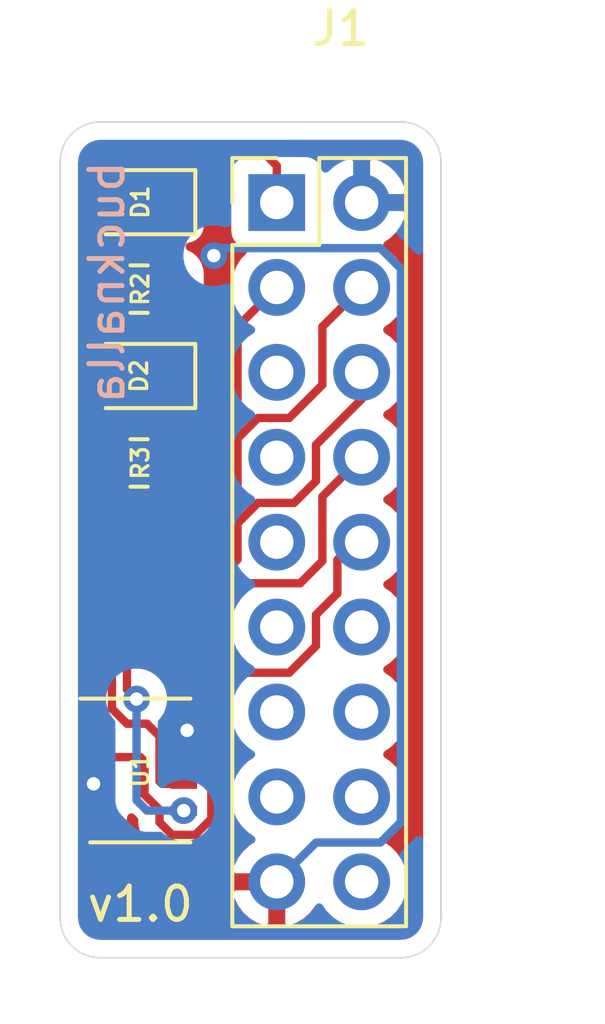
<source format=kicad_pcb>
(kicad_pcb (version 20171130) (host pcbnew 5.1.5-52549c5~86~ubuntu18.04.1)

  (general
    (thickness 1.6)
    (drawings 10)
    (tracks 89)
    (zones 0)
    (modules 6)
    (nets 21)
  )

  (page A4)
  (layers
    (0 F.Cu signal)
    (31 B.Cu signal)
    (32 B.Adhes user)
    (33 F.Adhes user)
    (34 B.Paste user)
    (35 F.Paste user)
    (36 B.SilkS user)
    (37 F.SilkS user)
    (38 B.Mask user)
    (39 F.Mask user)
    (40 Dwgs.User user)
    (41 Cmts.User user)
    (42 Eco1.User user)
    (43 Eco2.User user)
    (44 Edge.Cuts user)
    (45 Margin user)
    (46 B.CrtYd user)
    (47 F.CrtYd user)
    (48 B.Fab user)
    (49 F.Fab user)
  )

  (setup
    (last_trace_width 0.25)
    (trace_clearance 0.2)
    (zone_clearance 0.508)
    (zone_45_only no)
    (trace_min 0.2)
    (via_size 0.8)
    (via_drill 0.4)
    (via_min_size 0.4)
    (via_min_drill 0.3)
    (uvia_size 0.3)
    (uvia_drill 0.1)
    (uvias_allowed no)
    (uvia_min_size 0.2)
    (uvia_min_drill 0.1)
    (edge_width 0.05)
    (segment_width 0.2)
    (pcb_text_width 0.3)
    (pcb_text_size 1.5 1.5)
    (mod_edge_width 0.12)
    (mod_text_size 1 1)
    (mod_text_width 0.15)
    (pad_size 0.975 1.4)
    (pad_drill 0)
    (pad_to_mask_clearance 0.051)
    (solder_mask_min_width 0.25)
    (aux_axis_origin 0 0)
    (visible_elements FFFFFF7F)
    (pcbplotparams
      (layerselection 0x010fc_ffffffff)
      (usegerberextensions false)
      (usegerberattributes false)
      (usegerberadvancedattributes false)
      (creategerberjobfile false)
      (excludeedgelayer true)
      (linewidth 0.100000)
      (plotframeref false)
      (viasonmask false)
      (mode 1)
      (useauxorigin false)
      (hpglpennumber 1)
      (hpglpenspeed 20)
      (hpglpendiameter 15.000000)
      (psnegative false)
      (psa4output false)
      (plotreference true)
      (plotvalue true)
      (plotinvisibletext false)
      (padsonsilk false)
      (subtractmaskfromsilk false)
      (outputformat 1)
      (mirror false)
      (drillshape 1)
      (scaleselection 1)
      (outputdirectory ""))
  )

  (net 0 "")
  (net 1 GND)
  (net 2 /LED_0)
  (net 3 /LED_1)
  (net 4 +3V3)
  (net 5 /SPI_CS)
  (net 6 "Net-(J1-Pad5)")
  (net 7 /SPI_CLK)
  (net 8 "Net-(J1-Pad7)")
  (net 9 /SPI_MOSI)
  (net 10 "Net-(J1-Pad9)")
  (net 11 /SPI_MISO)
  (net 12 "Net-(J1-Pad11)")
  (net 13 "Net-(J1-Pad12)")
  (net 14 "Net-(J1-Pad13)")
  (net 15 "Net-(J1-Pad14)")
  (net 16 "Net-(J1-Pad15)")
  (net 17 "Net-(J1-Pad16)")
  (net 18 "Net-(J1-Pad18)")
  (net 19 "Net-(D1-Pad2)")
  (net 20 "Net-(D2-Pad2)")

  (net_class Default "This is the default net class."
    (clearance 0.2)
    (trace_width 0.25)
    (via_dia 0.8)
    (via_drill 0.4)
    (uvia_dia 0.3)
    (uvia_drill 0.1)
    (add_net +3V3)
    (add_net /LED_0)
    (add_net /LED_1)
    (add_net /SPI_CLK)
    (add_net /SPI_CS)
    (add_net /SPI_MISO)
    (add_net /SPI_MOSI)
    (add_net GND)
    (add_net "Net-(D1-Pad2)")
    (add_net "Net-(D2-Pad2)")
    (add_net "Net-(J1-Pad11)")
    (add_net "Net-(J1-Pad12)")
    (add_net "Net-(J1-Pad13)")
    (add_net "Net-(J1-Pad14)")
    (add_net "Net-(J1-Pad15)")
    (add_net "Net-(J1-Pad16)")
    (add_net "Net-(J1-Pad18)")
    (add_net "Net-(J1-Pad5)")
    (add_net "Net-(J1-Pad7)")
    (add_net "Net-(J1-Pad9)")
  )

  (module Connector_PinHeader_2.54mm:PinHeader_2x09_P2.54mm_Vertical (layer F.Cu) (tedit 59FED5CC) (tstamp 5E9008EF)
    (at 151.685001 79.21)
    (descr "Through hole straight pin header, 2x09, 2.54mm pitch, double rows")
    (tags "Through hole pin header THT 2x09 2.54mm double row")
    (path /5E8FA36D)
    (fp_text reference J1 (at 1.914999 -5.21) (layer F.SilkS)
      (effects (font (size 1 1) (thickness 0.15)))
    )
    (fp_text value Conn_02x09_Odd_Even (at 1.27 22.65) (layer F.Fab)
      (effects (font (size 1 1) (thickness 0.15)))
    )
    (fp_line (start 0 -1.27) (end 3.81 -1.27) (layer F.Fab) (width 0.1))
    (fp_line (start 3.81 -1.27) (end 3.81 21.59) (layer F.Fab) (width 0.1))
    (fp_line (start 3.81 21.59) (end -1.27 21.59) (layer F.Fab) (width 0.1))
    (fp_line (start -1.27 21.59) (end -1.27 0) (layer F.Fab) (width 0.1))
    (fp_line (start -1.27 0) (end 0 -1.27) (layer F.Fab) (width 0.1))
    (fp_line (start -1.33 21.65) (end 3.87 21.65) (layer F.SilkS) (width 0.12))
    (fp_line (start -1.33 1.27) (end -1.33 21.65) (layer F.SilkS) (width 0.12))
    (fp_line (start 3.87 -1.33) (end 3.87 21.65) (layer F.SilkS) (width 0.12))
    (fp_line (start -1.33 1.27) (end 1.27 1.27) (layer F.SilkS) (width 0.12))
    (fp_line (start 1.27 1.27) (end 1.27 -1.33) (layer F.SilkS) (width 0.12))
    (fp_line (start 1.27 -1.33) (end 3.87 -1.33) (layer F.SilkS) (width 0.12))
    (fp_line (start -1.33 0) (end -1.33 -1.33) (layer F.SilkS) (width 0.12))
    (fp_line (start -1.33 -1.33) (end 0 -1.33) (layer F.SilkS) (width 0.12))
    (fp_line (start -1.8 -1.8) (end -1.8 22.1) (layer F.CrtYd) (width 0.05))
    (fp_line (start -1.8 22.1) (end 4.35 22.1) (layer F.CrtYd) (width 0.05))
    (fp_line (start 4.35 22.1) (end 4.35 -1.8) (layer F.CrtYd) (width 0.05))
    (fp_line (start 4.35 -1.8) (end -1.8 -1.8) (layer F.CrtYd) (width 0.05))
    (fp_text user %R (at 1.27 10.16 90) (layer F.Fab)
      (effects (font (size 1 1) (thickness 0.15)))
    )
    (pad 1 thru_hole rect (at 0 0) (size 1.7 1.7) (drill 1) (layers *.Cu *.Mask)
      (net 2 /LED_0))
    (pad 2 thru_hole oval (at 2.54 0) (size 1.7 1.7) (drill 1) (layers *.Cu *.Mask)
      (net 4 +3V3))
    (pad 3 thru_hole oval (at 0 2.54) (size 1.7 1.7) (drill 1) (layers *.Cu *.Mask)
      (net 3 /LED_1))
    (pad 4 thru_hole oval (at 2.54 2.54) (size 1.7 1.7) (drill 1) (layers *.Cu *.Mask)
      (net 5 /SPI_CS))
    (pad 5 thru_hole oval (at 0 5.08) (size 1.7 1.7) (drill 1) (layers *.Cu *.Mask)
      (net 6 "Net-(J1-Pad5)"))
    (pad 6 thru_hole oval (at 2.54 5.08) (size 1.7 1.7) (drill 1) (layers *.Cu *.Mask)
      (net 7 /SPI_CLK))
    (pad 7 thru_hole oval (at 0 7.62) (size 1.7 1.7) (drill 1) (layers *.Cu *.Mask)
      (net 8 "Net-(J1-Pad7)"))
    (pad 8 thru_hole oval (at 2.54 7.62) (size 1.7 1.7) (drill 1) (layers *.Cu *.Mask)
      (net 9 /SPI_MOSI))
    (pad 9 thru_hole oval (at 0 10.16) (size 1.7 1.7) (drill 1) (layers *.Cu *.Mask)
      (net 10 "Net-(J1-Pad9)"))
    (pad 10 thru_hole oval (at 2.54 10.16) (size 1.7 1.7) (drill 1) (layers *.Cu *.Mask)
      (net 11 /SPI_MISO))
    (pad 11 thru_hole oval (at 0 12.7) (size 1.7 1.7) (drill 1) (layers *.Cu *.Mask)
      (net 12 "Net-(J1-Pad11)"))
    (pad 12 thru_hole oval (at 2.54 12.7) (size 1.7 1.7) (drill 1) (layers *.Cu *.Mask)
      (net 13 "Net-(J1-Pad12)"))
    (pad 13 thru_hole oval (at 0 15.24) (size 1.7 1.7) (drill 1) (layers *.Cu *.Mask)
      (net 14 "Net-(J1-Pad13)"))
    (pad 14 thru_hole oval (at 2.54 15.24) (size 1.7 1.7) (drill 1) (layers *.Cu *.Mask)
      (net 15 "Net-(J1-Pad14)"))
    (pad 15 thru_hole oval (at 0 17.78) (size 1.7 1.7) (drill 1) (layers *.Cu *.Mask)
      (net 16 "Net-(J1-Pad15)"))
    (pad 16 thru_hole oval (at 2.54 17.78) (size 1.7 1.7) (drill 1) (layers *.Cu *.Mask)
      (net 17 "Net-(J1-Pad16)"))
    (pad 17 thru_hole oval (at 0 20.32) (size 1.7 1.7) (drill 1) (layers *.Cu *.Mask)
      (net 1 GND))
    (pad 18 thru_hole oval (at 2.54 20.32) (size 1.7 1.7) (drill 1) (layers *.Cu *.Mask)
      (net 18 "Net-(J1-Pad18)"))
    (model ${KISYS3DMOD}/Connector_PinHeader_2.54mm.3dshapes/PinHeader_2x09_P2.54mm_Vertical.wrl
      (at (xyz 0 0 0))
      (scale (xyz 1 1 1))
      (rotate (xyz 0 0 0))
    )
  )

  (module LED_SMD:LED_0805_2012Metric (layer F.Cu) (tedit 5B36C52C) (tstamp 5E90031B)
    (at 147.5625 79.2 180)
    (descr "LED SMD 0805 (2012 Metric), square (rectangular) end terminal, IPC_7351 nominal, (Body size source: https://docs.google.com/spreadsheets/d/1BsfQQcO9C6DZCsRaXUlFlo91Tg2WpOkGARC1WS5S8t0/edit?usp=sharing), generated with kicad-footprint-generator")
    (tags diode)
    (path /5E90F081)
    (attr smd)
    (fp_text reference D1 (at -0.0375 0 90) (layer F.SilkS)
      (effects (font (size 0.5 0.5) (thickness 0.1)))
    )
    (fp_text value LED (at 0 1.65) (layer F.Fab)
      (effects (font (size 1 1) (thickness 0.15)))
    )
    (fp_line (start 1 -0.6) (end -0.7 -0.6) (layer F.Fab) (width 0.1))
    (fp_line (start -0.7 -0.6) (end -1 -0.3) (layer F.Fab) (width 0.1))
    (fp_line (start -1 -0.3) (end -1 0.6) (layer F.Fab) (width 0.1))
    (fp_line (start -1 0.6) (end 1 0.6) (layer F.Fab) (width 0.1))
    (fp_line (start 1 0.6) (end 1 -0.6) (layer F.Fab) (width 0.1))
    (fp_line (start 1 -0.96) (end -1.685 -0.96) (layer F.SilkS) (width 0.12))
    (fp_line (start -1.685 -0.96) (end -1.685 0.96) (layer F.SilkS) (width 0.12))
    (fp_line (start -1.685 0.96) (end 1 0.96) (layer F.SilkS) (width 0.12))
    (fp_line (start -1.68 0.95) (end -1.68 -0.95) (layer F.CrtYd) (width 0.05))
    (fp_line (start -1.68 -0.95) (end 1.68 -0.95) (layer F.CrtYd) (width 0.05))
    (fp_line (start 1.68 -0.95) (end 1.68 0.95) (layer F.CrtYd) (width 0.05))
    (fp_line (start 1.68 0.95) (end -1.68 0.95) (layer F.CrtYd) (width 0.05))
    (fp_text user %R (at 0 0) (layer F.Fab)
      (effects (font (size 0.5 0.5) (thickness 0.08)))
    )
    (pad 1 smd roundrect (at -0.9375 0 180) (size 0.975 1.4) (layers F.Cu F.Paste F.Mask) (roundrect_rratio 0.25)
      (net 1 GND))
    (pad 2 smd roundrect (at 0.9375 0 180) (size 0.975 1.4) (layers F.Cu F.Paste F.Mask) (roundrect_rratio 0.25)
      (net 19 "Net-(D1-Pad2)"))
    (model ${KISYS3DMOD}/LED_SMD.3dshapes/LED_0805_2012Metric.wrl
      (at (xyz 0 0 0))
      (scale (xyz 1 1 1))
      (rotate (xyz 0 0 0))
    )
  )

  (module LED_SMD:LED_0805_2012Metric (layer F.Cu) (tedit 5B36C52C) (tstamp 5E90032E)
    (at 147.5625 84.4 180)
    (descr "LED SMD 0805 (2012 Metric), square (rectangular) end terminal, IPC_7351 nominal, (Body size source: https://docs.google.com/spreadsheets/d/1BsfQQcO9C6DZCsRaXUlFlo91Tg2WpOkGARC1WS5S8t0/edit?usp=sharing), generated with kicad-footprint-generator")
    (tags diode)
    (path /5E90FBC1)
    (attr smd)
    (fp_text reference D2 (at 0 0 90) (layer F.SilkS)
      (effects (font (size 0.5 0.5) (thickness 0.1)))
    )
    (fp_text value LED (at 0 1.65) (layer F.Fab)
      (effects (font (size 1 1) (thickness 0.15)))
    )
    (fp_text user %R (at 0 0) (layer F.Fab)
      (effects (font (size 0.5 0.5) (thickness 0.08)))
    )
    (fp_line (start 1.68 0.95) (end -1.68 0.95) (layer F.CrtYd) (width 0.05))
    (fp_line (start 1.68 -0.95) (end 1.68 0.95) (layer F.CrtYd) (width 0.05))
    (fp_line (start -1.68 -0.95) (end 1.68 -0.95) (layer F.CrtYd) (width 0.05))
    (fp_line (start -1.68 0.95) (end -1.68 -0.95) (layer F.CrtYd) (width 0.05))
    (fp_line (start -1.685 0.96) (end 1 0.96) (layer F.SilkS) (width 0.12))
    (fp_line (start -1.685 -0.96) (end -1.685 0.96) (layer F.SilkS) (width 0.12))
    (fp_line (start 1 -0.96) (end -1.685 -0.96) (layer F.SilkS) (width 0.12))
    (fp_line (start 1 0.6) (end 1 -0.6) (layer F.Fab) (width 0.1))
    (fp_line (start -1 0.6) (end 1 0.6) (layer F.Fab) (width 0.1))
    (fp_line (start -1 -0.3) (end -1 0.6) (layer F.Fab) (width 0.1))
    (fp_line (start -0.7 -0.6) (end -1 -0.3) (layer F.Fab) (width 0.1))
    (fp_line (start 1 -0.6) (end -0.7 -0.6) (layer F.Fab) (width 0.1))
    (pad 2 smd roundrect (at 0.9375 0 180) (size 0.975 1.4) (layers F.Cu F.Paste F.Mask) (roundrect_rratio 0.25)
      (net 20 "Net-(D2-Pad2)"))
    (pad 1 smd roundrect (at -0.9375 0 180) (size 0.975 1.4) (layers F.Cu F.Paste F.Mask) (roundrect_rratio 0.25)
      (net 1 GND))
    (model ${KISYS3DMOD}/LED_SMD.3dshapes/LED_0805_2012Metric.wrl
      (at (xyz 0 0 0))
      (scale (xyz 1 1 1))
      (rotate (xyz 0 0 0))
    )
  )

  (module package_flash:USON-8_3x4mm_P0.8mm (layer F.Cu) (tedit 5D598F5B) (tstamp 5E90046D)
    (at 147.6 96.2)
    (descr "USON-8 3x4mm_Pitch 0.8mm https://www.gigadevice.com/datasheet/gd25q32c/")
    (tags "USON-8 3x4mm Pitch 0.8mm")
    (path /5E906D58)
    (attr smd)
    (fp_text reference U1 (at 0 0 90) (layer F.SilkS)
      (effects (font (size 0.5 0.5) (thickness 0.1)))
    )
    (fp_text value GD25Q32C (at 0.01829 3) (layer F.Fab)
      (effects (font (size 1 1) (thickness 0.15)))
    )
    (fp_line (start -1.25 -2) (end -1.5 -1.75) (layer F.Fab) (width 0.1))
    (fp_text user %R (at 0 0 90) (layer F.Fab)
      (effects (font (size 0.55 0.55) (thickness 0.1)))
    )
    (fp_line (start -1.91 -2.25) (end 1.91 -2.25) (layer F.CrtYd) (width 0.05))
    (fp_line (start -1.91 2.25) (end -1.91 -2.25) (layer F.CrtYd) (width 0.05))
    (fp_line (start 1.91 2.25) (end -1.91 2.25) (layer F.CrtYd) (width 0.05))
    (fp_line (start 1.91 -2.25) (end 1.91 2.25) (layer F.CrtYd) (width 0.05))
    (fp_line (start 1.5 2.15) (end -1.5 2.15) (layer F.SilkS) (width 0.12))
    (fp_line (start 1.5 -2.15) (end -1.8 -2.15) (layer F.SilkS) (width 0.12))
    (fp_line (start -1.5 2) (end 1.5 2) (layer F.Fab) (width 0.1))
    (fp_line (start -1.5 -1.75) (end -1.5 2) (layer F.Fab) (width 0.1))
    (fp_line (start 1.5 -2) (end -1.25 -2) (layer F.Fab) (width 0.1))
    (fp_line (start 1.5 -2) (end 1.5 2) (layer F.Fab) (width 0.1))
    (pad 1 smd rect (at -1.3 -1.2 270) (size 0.3 0.8) (layers F.Cu F.Paste F.Mask)
      (net 5 /SPI_CS))
    (pad 2 smd rect (at -1.3 -0.4 270) (size 0.3 0.8) (layers F.Cu F.Paste F.Mask)
      (net 11 /SPI_MISO))
    (pad 3 smd rect (at -1.3 0.4 270) (size 0.3 0.8) (layers F.Cu F.Paste F.Mask)
      (net 4 +3V3))
    (pad 4 smd rect (at -1.3 1.2 270) (size 0.3 0.8) (layers F.Cu F.Paste F.Mask)
      (net 1 GND))
    (pad 7 smd rect (at 1.3 -0.4 270) (size 0.3 0.8) (layers F.Cu F.Paste F.Mask)
      (net 4 +3V3))
    (pad 5 smd rect (at 1.3 1.2 270) (size 0.3 0.8) (layers F.Cu F.Paste F.Mask)
      (net 9 /SPI_MOSI))
    (pad 6 smd rect (at 1.3 0.4 270) (size 0.3 0.8) (layers F.Cu F.Paste F.Mask)
      (net 7 /SPI_CLK))
    (pad 8 smd rect (at 1.3 -1.2 270) (size 0.3 0.8) (layers F.Cu F.Paste F.Mask)
      (net 4 +3V3))
    (model ${KISYS3DMOD}/Package_SON.3dshapes/WSON-8_4x4mm_P0.8mm.step
      (at (xyz 0 0 0))
      (scale (xyz 0.75 1 1))
      (rotate (xyz 0 0 0))
    )
  )

  (module Resistor_SMD:R_0805_2012Metric (layer F.Cu) (tedit 5B36C52B) (tstamp 5E900712)
    (at 147.5625 81.8 180)
    (descr "Resistor SMD 0805 (2012 Metric), square (rectangular) end terminal, IPC_7351 nominal, (Body size source: https://docs.google.com/spreadsheets/d/1BsfQQcO9C6DZCsRaXUlFlo91Tg2WpOkGARC1WS5S8t0/edit?usp=sharing), generated with kicad-footprint-generator")
    (tags resistor)
    (path /5E91BAD2)
    (attr smd)
    (fp_text reference R2 (at -0.0375 0 90) (layer F.SilkS)
      (effects (font (size 0.5 0.5) (thickness 0.1)))
    )
    (fp_text value 150 (at 0 1.65) (layer F.Fab)
      (effects (font (size 1 1) (thickness 0.15)))
    )
    (fp_line (start -1 0.6) (end -1 -0.6) (layer F.Fab) (width 0.1))
    (fp_line (start -1 -0.6) (end 1 -0.6) (layer F.Fab) (width 0.1))
    (fp_line (start 1 -0.6) (end 1 0.6) (layer F.Fab) (width 0.1))
    (fp_line (start 1 0.6) (end -1 0.6) (layer F.Fab) (width 0.1))
    (fp_line (start -0.258578 -0.71) (end 0.258578 -0.71) (layer F.SilkS) (width 0.12))
    (fp_line (start -0.258578 0.71) (end 0.258578 0.71) (layer F.SilkS) (width 0.12))
    (fp_line (start -1.68 0.95) (end -1.68 -0.95) (layer F.CrtYd) (width 0.05))
    (fp_line (start -1.68 -0.95) (end 1.68 -0.95) (layer F.CrtYd) (width 0.05))
    (fp_line (start 1.68 -0.95) (end 1.68 0.95) (layer F.CrtYd) (width 0.05))
    (fp_line (start 1.68 0.95) (end -1.68 0.95) (layer F.CrtYd) (width 0.05))
    (fp_text user %R (at 0 0) (layer F.Fab)
      (effects (font (size 0.5 0.5) (thickness 0.08)))
    )
    (pad 1 smd roundrect (at -0.9375 0 180) (size 0.975 1.4) (layers F.Cu F.Paste F.Mask) (roundrect_rratio 0.25)
      (net 2 /LED_0))
    (pad 2 smd roundrect (at 0.9375 0 180) (size 0.975 1.4) (layers F.Cu F.Paste F.Mask) (roundrect_rratio 0.25)
      (net 19 "Net-(D1-Pad2)"))
    (model ${KISYS3DMOD}/Resistor_SMD.3dshapes/R_0805_2012Metric.wrl
      (at (xyz 0 0 0))
      (scale (xyz 1 1 1))
      (rotate (xyz 0 0 0))
    )
  )

  (module Resistor_SMD:R_0805_2012Metric (layer F.Cu) (tedit 5B36C52B) (tstamp 5E900723)
    (at 147.5625 87 180)
    (descr "Resistor SMD 0805 (2012 Metric), square (rectangular) end terminal, IPC_7351 nominal, (Body size source: https://docs.google.com/spreadsheets/d/1BsfQQcO9C6DZCsRaXUlFlo91Tg2WpOkGARC1WS5S8t0/edit?usp=sharing), generated with kicad-footprint-generator")
    (tags resistor)
    (path /5E91CFF3)
    (attr smd)
    (fp_text reference R3 (at -0.0375 0 90) (layer F.SilkS)
      (effects (font (size 0.5 0.5) (thickness 0.1)))
    )
    (fp_text value 150 (at 0 1.65) (layer F.Fab)
      (effects (font (size 1 1) (thickness 0.15)))
    )
    (fp_text user %R (at 0 0) (layer F.Fab)
      (effects (font (size 0.5 0.5) (thickness 0.08)))
    )
    (fp_line (start 1.68 0.95) (end -1.68 0.95) (layer F.CrtYd) (width 0.05))
    (fp_line (start 1.68 -0.95) (end 1.68 0.95) (layer F.CrtYd) (width 0.05))
    (fp_line (start -1.68 -0.95) (end 1.68 -0.95) (layer F.CrtYd) (width 0.05))
    (fp_line (start -1.68 0.95) (end -1.68 -0.95) (layer F.CrtYd) (width 0.05))
    (fp_line (start -0.258578 0.71) (end 0.258578 0.71) (layer F.SilkS) (width 0.12))
    (fp_line (start -0.258578 -0.71) (end 0.258578 -0.71) (layer F.SilkS) (width 0.12))
    (fp_line (start 1 0.6) (end -1 0.6) (layer F.Fab) (width 0.1))
    (fp_line (start 1 -0.6) (end 1 0.6) (layer F.Fab) (width 0.1))
    (fp_line (start -1 -0.6) (end 1 -0.6) (layer F.Fab) (width 0.1))
    (fp_line (start -1 0.6) (end -1 -0.6) (layer F.Fab) (width 0.1))
    (pad 2 smd roundrect (at 0.9375 0 180) (size 0.975 1.4) (layers F.Cu F.Paste F.Mask) (roundrect_rratio 0.25)
      (net 20 "Net-(D2-Pad2)"))
    (pad 1 smd roundrect (at -0.9375 0 180) (size 0.975 1.4) (layers F.Cu F.Paste F.Mask) (roundrect_rratio 0.25)
      (net 3 /LED_1))
    (model ${KISYS3DMOD}/Resistor_SMD.3dshapes/R_0805_2012Metric.wrl
      (at (xyz 0 0 0))
      (scale (xyz 1 1 1))
      (rotate (xyz 0 0 0))
    )
  )

  (gr_text bucknalla (at 146.6 81.6 90) (layer B.SilkS)
    (effects (font (size 1 1) (thickness 0.15)) (justify mirror))
  )
  (gr_text v1.0 (at 147.6 100.2) (layer F.SilkS)
    (effects (font (size 1 1) (thickness 0.15)))
  )
  (gr_line (start 146.4 101.8) (end 155.4 101.8) (layer Edge.Cuts) (width 0.05) (tstamp 5E901349))
  (gr_line (start 145.2 100.6) (end 145.2 78) (layer Edge.Cuts) (width 0.05) (tstamp 5E901343))
  (gr_line (start 156.6 100.6) (end 156.6 78) (layer Edge.Cuts) (width 0.05) (tstamp 5E901342))
  (gr_line (start 155.4 76.8) (end 146.4 76.8) (layer Edge.Cuts) (width 0.05) (tstamp 5E90133B))
  (gr_arc (start 146.4 78) (end 146.4 76.8) (angle -90) (layer Edge.Cuts) (width 0.05))
  (gr_arc (start 146.4 100.6) (end 145.2 100.6) (angle -90) (layer Edge.Cuts) (width 0.05))
  (gr_arc (start 155.4 100.6) (end 155.4 101.8) (angle -90) (layer Edge.Cuts) (width 0.05))
  (gr_arc (start 155.4 78) (end 156.6 78) (angle -90) (layer Edge.Cuts) (width 0.05))

  (segment (start 151.685001 99.53) (end 146.53 99.53) (width 0.25) (layer F.Cu) (net 1))
  (segment (start 146.3 99.3) (end 146.3 97.4) (width 0.25) (layer F.Cu) (net 1))
  (segment (start 146.53 99.53) (end 146.3 99.3) (width 0.25) (layer F.Cu) (net 1))
  (via (at 149.8 80.8) (size 0.8) (drill 0.4) (layers F.Cu B.Cu) (net 1))
  (segment (start 152.860002 98.354999) (end 152.535 98.680001) (width 0.25) (layer B.Cu) (net 1))
  (segment (start 152.535 98.680001) (end 151.685001 99.53) (width 0.25) (layer B.Cu) (net 1))
  (segment (start 154.789002 98.354999) (end 152.860002 98.354999) (width 0.25) (layer B.Cu) (net 1))
  (segment (start 155.400002 97.743999) (end 154.789002 98.354999) (width 0.25) (layer B.Cu) (net 1))
  (segment (start 155.400002 81.185999) (end 155.400002 97.743999) (width 0.25) (layer B.Cu) (net 1))
  (segment (start 154.789002 80.574999) (end 155.400002 81.185999) (width 0.25) (layer B.Cu) (net 1))
  (segment (start 150.025001 80.574999) (end 154.789002 80.574999) (width 0.25) (layer B.Cu) (net 1))
  (segment (start 149.8 80.8) (end 150.025001 80.574999) (width 0.25) (layer B.Cu) (net 1))
  (segment (start 151.685001 78.11) (end 151.175001 77.6) (width 0.25) (layer F.Cu) (net 2))
  (segment (start 151.685001 79.21) (end 151.685001 78.11) (width 0.25) (layer F.Cu) (net 2))
  (segment (start 151.175001 77.6) (end 148.2 77.6) (width 0.25) (layer F.Cu) (net 2))
  (segment (start 147.68749 80.98749) (end 148.014473 81.314473) (width 0.25) (layer F.Cu) (net 2))
  (segment (start 147.68749 78.11251) (end 147.68749 80.98749) (width 0.25) (layer F.Cu) (net 2))
  (segment (start 148.014473 81.314473) (end 148.5 81.8) (width 0.25) (layer F.Cu) (net 2))
  (segment (start 148.2 77.6) (end 147.68749 78.11251) (width 0.25) (layer F.Cu) (net 2))
  (segment (start 150.51 82.925001) (end 151.685001 81.75) (width 0.25) (layer F.Cu) (net 3))
  (segment (start 150.51 85.629589) (end 150.51 82.925001) (width 0.25) (layer F.Cu) (net 3))
  (segment (start 150.05999 86.079599) (end 150.51 85.629589) (width 0.25) (layer F.Cu) (net 3))
  (segment (start 150.05999 86.74001) (end 150.05999 86.079599) (width 0.25) (layer F.Cu) (net 3))
  (segment (start 149.8 87) (end 150.05999 86.74001) (width 0.25) (layer F.Cu) (net 3))
  (segment (start 148.5 87) (end 149.8 87) (width 0.25) (layer F.Cu) (net 3))
  (via (at 146.2 96.6) (size 0.8) (drill 0.4) (layers F.Cu B.Cu) (net 4))
  (via (at 149 95) (size 0.8) (drill 0.4) (layers F.Cu B.Cu) (net 4))
  (segment (start 148.9 95) (end 148.9 95.8) (width 0.25) (layer F.Cu) (net 4))
  (segment (start 152.059004 85.654999) (end 151.121 85.654999) (width 0.25) (layer F.Cu) (net 5))
  (segment (start 153.05 84.664003) (end 152.059004 85.654999) (width 0.25) (layer F.Cu) (net 5))
  (segment (start 153.05 82.925001) (end 153.05 84.664003) (width 0.25) (layer F.Cu) (net 5))
  (segment (start 154.225001 81.75) (end 153.05 82.925001) (width 0.25) (layer F.Cu) (net 5))
  (segment (start 150.51 86.265999) (end 150.51 88.169589) (width 0.25) (layer F.Cu) (net 5))
  (segment (start 151.121 85.654999) (end 150.51 86.265999) (width 0.25) (layer F.Cu) (net 5))
  (segment (start 150.51 88.169589) (end 150.05999 88.619599) (width 0.25) (layer F.Cu) (net 5))
  (segment (start 150.05999 89.54001) (end 149.900018 89.699982) (width 0.25) (layer F.Cu) (net 5))
  (segment (start 150.05999 88.619599) (end 150.05999 89.54001) (width 0.25) (layer F.Cu) (net 5))
  (segment (start 146.3 94.6) (end 146.3 95) (width 0.25) (layer F.Cu) (net 5))
  (segment (start 147.027198 89.699982) (end 146.3 90.42718) (width 0.25) (layer F.Cu) (net 5))
  (segment (start 146.3 90.42718) (end 146.3 94.6) (width 0.25) (layer F.Cu) (net 5))
  (segment (start 149.900018 89.699982) (end 147.027198 89.699982) (width 0.25) (layer F.Cu) (net 5))
  (segment (start 152.205001 88.194999) (end 151.121 88.194999) (width 0.25) (layer F.Cu) (net 7))
  (segment (start 147.213599 90.149991) (end 146.75001 90.61358) (width 0.25) (layer F.Cu) (net 7))
  (segment (start 152.860002 87.539998) (end 152.205001 88.194999) (width 0.25) (layer F.Cu) (net 7))
  (segment (start 152.860002 86.455997) (end 152.860002 87.539998) (width 0.25) (layer F.Cu) (net 7))
  (segment (start 154.225001 84.29) (end 154.225001 85.090998) (width 0.25) (layer F.Cu) (net 7))
  (segment (start 148.25 96.6) (end 148.9 96.6) (width 0.25) (layer F.Cu) (net 7))
  (segment (start 147.8 94.8) (end 148.174999 95.174999) (width 0.25) (layer F.Cu) (net 7))
  (segment (start 154.225001 85.090998) (end 152.860002 86.455997) (width 0.25) (layer F.Cu) (net 7))
  (segment (start 151.121 88.194999) (end 150.51 88.805999) (width 0.25) (layer F.Cu) (net 7))
  (segment (start 148.174999 96.524999) (end 148.25 96.6) (width 0.25) (layer F.Cu) (net 7))
  (segment (start 150.25001 90.14999) (end 147.213599 90.149991) (width 0.25) (layer F.Cu) (net 7))
  (segment (start 150.51 88.805999) (end 150.51 89.89) (width 0.25) (layer F.Cu) (net 7))
  (segment (start 146.75001 90.61358) (end 146.75001 94.35001) (width 0.25) (layer F.Cu) (net 7))
  (segment (start 146.75001 94.35001) (end 147.2 94.8) (width 0.25) (layer F.Cu) (net 7))
  (segment (start 150.51 89.89) (end 150.25001 90.14999) (width 0.25) (layer F.Cu) (net 7))
  (segment (start 147.2 94.8) (end 147.8 94.8) (width 0.25) (layer F.Cu) (net 7))
  (segment (start 148.174999 95.174999) (end 148.174999 96.524999) (width 0.25) (layer F.Cu) (net 7))
  (segment (start 147.4 90.6) (end 147.20002 90.79998) (width 0.25) (layer F.Cu) (net 9))
  (segment (start 152.384001 90.6) (end 147.4 90.6) (width 0.25) (layer F.Cu) (net 9))
  (segment (start 153.05 89.934001) (end 152.384001 90.6) (width 0.25) (layer F.Cu) (net 9))
  (segment (start 154.225001 86.83) (end 153.05 88.005001) (width 0.25) (layer F.Cu) (net 9))
  (segment (start 153.05 88.005001) (end 153.05 89.934001) (width 0.25) (layer F.Cu) (net 9))
  (via (at 147.488038 94.062732) (size 0.8) (drill 0.4) (layers F.Cu B.Cu) (net 9))
  (segment (start 147.20002 90.79998) (end 147.20002 93.774714) (width 0.25) (layer F.Cu) (net 9))
  (segment (start 147.20002 93.774714) (end 147.488038 94.062732) (width 0.25) (layer F.Cu) (net 9))
  (segment (start 147.488038 94.062732) (end 147.488038 97.088038) (width 0.25) (layer B.Cu) (net 9))
  (via (at 148.9 97.4) (size 0.8) (drill 0.4) (layers F.Cu B.Cu) (net 9))
  (segment (start 147.488038 97.088038) (end 147.8 97.4) (width 0.25) (layer B.Cu) (net 9))
  (segment (start 147.8 97.4) (end 148.9 97.4) (width 0.25) (layer B.Cu) (net 9))
  (segment (start 152.860002 92.474001) (end 152.059004 93.274999) (width 0.25) (layer F.Cu) (net 11))
  (segment (start 152.860002 91.539998) (end 152.860002 92.474001) (width 0.25) (layer F.Cu) (net 11))
  (segment (start 154.225001 89.37) (end 154.03 89.37) (width 0.25) (layer F.Cu) (net 11))
  (segment (start 149.725001 97.648001) (end 149.248001 98.125001) (width 0.25) (layer F.Cu) (net 11))
  (segment (start 148.174999 97.748001) (end 148.174999 97.374999) (width 0.25) (layer F.Cu) (net 11))
  (segment (start 153.50001 89.89999) (end 153.50001 90.89999) (width 0.25) (layer F.Cu) (net 11))
  (segment (start 147.724989 95.924989) (end 147.6 95.8) (width 0.25) (layer F.Cu) (net 11))
  (segment (start 154.03 89.37) (end 153.50001 89.89999) (width 0.25) (layer F.Cu) (net 11))
  (segment (start 152.059004 93.274999) (end 150.325001 93.274999) (width 0.25) (layer F.Cu) (net 11))
  (segment (start 149.725001 93.874999) (end 149.725001 97.648001) (width 0.25) (layer F.Cu) (net 11))
  (segment (start 150.325001 93.274999) (end 149.725001 93.874999) (width 0.25) (layer F.Cu) (net 11))
  (segment (start 149.248001 98.125001) (end 148.551999 98.125001) (width 0.25) (layer F.Cu) (net 11))
  (segment (start 153.50001 90.89999) (end 152.860002 91.539998) (width 0.25) (layer F.Cu) (net 11))
  (segment (start 148.174999 97.374999) (end 147.724989 96.924989) (width 0.25) (layer F.Cu) (net 11))
  (segment (start 148.551999 98.125001) (end 148.174999 97.748001) (width 0.25) (layer F.Cu) (net 11))
  (segment (start 147.6 95.8) (end 146.3 95.8) (width 0.25) (layer F.Cu) (net 11))
  (segment (start 147.724989 96.924989) (end 147.724989 95.924989) (width 0.25) (layer F.Cu) (net 11))
  (segment (start 146.625 79.2) (end 146.625 81.8) (width 0.25) (layer F.Cu) (net 19))
  (segment (start 146.625 84.4) (end 146.625 87) (width 0.25) (layer F.Cu) (net 20))

  (zone (net 1) (net_name GND) (layer F.Cu) (tstamp 0) (hatch edge 0.508)
    (connect_pads (clearance 0.508))
    (min_thickness 0.254)
    (fill yes (arc_segments 32) (thermal_gap 0.508) (thermal_bridge_width 0.508))
    (polygon
      (pts
        (xy 158.2 103.6) (xy 143.4 103.6) (xy 143.4 75.6) (xy 158.2 75.6)
      )
    )
    (filled_polygon
      (pts
        (xy 155.50427 77.473389) (xy 155.604573 77.503672) (xy 155.69708 77.552859) (xy 155.778273 77.619079) (xy 155.845057 77.699808)
        (xy 155.894888 77.791967) (xy 155.925871 77.892056) (xy 155.940001 78.026494) (xy 155.94 100.56772) (xy 155.926611 100.704269)
        (xy 155.896327 100.804575) (xy 155.847142 100.89708) (xy 155.780921 100.978274) (xy 155.700195 101.045056) (xy 155.608031 101.094889)
        (xy 155.507945 101.125871) (xy 155.373515 101.14) (xy 146.43228 101.14) (xy 146.295731 101.126611) (xy 146.195425 101.096327)
        (xy 146.10292 101.047142) (xy 146.021726 100.980921) (xy 145.954944 100.900195) (xy 145.905111 100.808031) (xy 145.874129 100.707945)
        (xy 145.86 100.573515) (xy 145.86 99.88689) (xy 150.243525 99.88689) (xy 150.288176 100.034099) (xy 150.41336 100.29692)
        (xy 150.587413 100.530269) (xy 150.803646 100.725178) (xy 151.053749 100.874157) (xy 151.32811 100.971481) (xy 151.558001 100.850814)
        (xy 151.558001 99.657) (xy 150.364846 99.657) (xy 150.243525 99.88689) (xy 145.86 99.88689) (xy 145.86 98.183792)
        (xy 145.914114 98.187916) (xy 146.01425 98.185) (xy 146.173 98.02625) (xy 146.173 97.635) (xy 146.301939 97.635)
        (xy 146.427 97.610124) (xy 146.427 98.02625) (xy 146.58575 98.185) (xy 146.685886 98.187916) (xy 146.810608 98.178412)
        (xy 146.93108 98.144759) (xy 147.042672 98.088249) (xy 147.141094 98.011055) (xy 147.222566 97.916143) (xy 147.283956 97.80716)
        (xy 147.322905 97.688294) (xy 147.33214 97.606941) (xy 147.414999 97.6898) (xy 147.414999 97.710679) (xy 147.411323 97.748001)
        (xy 147.414999 97.785323) (xy 147.414999 97.785333) (xy 147.425996 97.896986) (xy 147.460598 98.011055) (xy 147.469453 98.040247)
        (xy 147.540025 98.172277) (xy 147.552988 98.188072) (xy 147.634998 98.288002) (xy 147.664002 98.311805) (xy 147.988195 98.635998)
        (xy 148.011998 98.665002) (xy 148.127723 98.759975) (xy 148.252347 98.826589) (xy 148.259752 98.830547) (xy 148.403013 98.874004)
        (xy 148.551999 98.888678) (xy 148.589332 98.885001) (xy 149.210679 98.885001) (xy 149.248001 98.888677) (xy 149.285323 98.885001)
        (xy 149.285334 98.885001) (xy 149.396987 98.874004) (xy 149.540248 98.830547) (xy 149.672277 98.759975) (xy 149.788002 98.665002)
        (xy 149.811805 98.635998) (xy 150.235998 98.211805) (xy 150.265002 98.188002) (xy 150.359975 98.072277) (xy 150.430547 97.940248)
        (xy 150.46283 97.833822) (xy 150.531526 97.936632) (xy 150.738369 98.143475) (xy 150.920535 98.265195) (xy 150.803646 98.334822)
        (xy 150.587413 98.529731) (xy 150.41336 98.76308) (xy 150.288176 99.025901) (xy 150.243525 99.17311) (xy 150.364846 99.403)
        (xy 151.558001 99.403) (xy 151.558001 99.383) (xy 151.812001 99.383) (xy 151.812001 99.403) (xy 151.832001 99.403)
        (xy 151.832001 99.657) (xy 151.812001 99.657) (xy 151.812001 100.850814) (xy 152.041892 100.971481) (xy 152.316253 100.874157)
        (xy 152.566356 100.725178) (xy 152.782589 100.530269) (xy 152.953901 100.300594) (xy 153.071526 100.476632) (xy 153.278369 100.683475)
        (xy 153.52159 100.84599) (xy 153.791843 100.957932) (xy 154.078741 101.015) (xy 154.371261 101.015) (xy 154.658159 100.957932)
        (xy 154.928412 100.84599) (xy 155.171633 100.683475) (xy 155.378476 100.476632) (xy 155.540991 100.233411) (xy 155.652933 99.963158)
        (xy 155.710001 99.67626) (xy 155.710001 99.38374) (xy 155.652933 99.096842) (xy 155.540991 98.826589) (xy 155.378476 98.583368)
        (xy 155.171633 98.376525) (xy 154.997241 98.26) (xy 155.171633 98.143475) (xy 155.378476 97.936632) (xy 155.540991 97.693411)
        (xy 155.652933 97.423158) (xy 155.710001 97.13626) (xy 155.710001 96.84374) (xy 155.652933 96.556842) (xy 155.540991 96.286589)
        (xy 155.378476 96.043368) (xy 155.171633 95.836525) (xy 154.997241 95.72) (xy 155.171633 95.603475) (xy 155.378476 95.396632)
        (xy 155.540991 95.153411) (xy 155.652933 94.883158) (xy 155.710001 94.59626) (xy 155.710001 94.30374) (xy 155.652933 94.016842)
        (xy 155.540991 93.746589) (xy 155.378476 93.503368) (xy 155.171633 93.296525) (xy 154.997241 93.18) (xy 155.171633 93.063475)
        (xy 155.378476 92.856632) (xy 155.540991 92.613411) (xy 155.652933 92.343158) (xy 155.710001 92.05626) (xy 155.710001 91.76374)
        (xy 155.652933 91.476842) (xy 155.540991 91.206589) (xy 155.378476 90.963368) (xy 155.171633 90.756525) (xy 154.997241 90.64)
        (xy 155.171633 90.523475) (xy 155.378476 90.316632) (xy 155.540991 90.073411) (xy 155.652933 89.803158) (xy 155.710001 89.51626)
        (xy 155.710001 89.22374) (xy 155.652933 88.936842) (xy 155.540991 88.666589) (xy 155.378476 88.423368) (xy 155.171633 88.216525)
        (xy 154.997241 88.1) (xy 155.171633 87.983475) (xy 155.378476 87.776632) (xy 155.540991 87.533411) (xy 155.652933 87.263158)
        (xy 155.710001 86.97626) (xy 155.710001 86.68374) (xy 155.652933 86.396842) (xy 155.540991 86.126589) (xy 155.378476 85.883368)
        (xy 155.171633 85.676525) (xy 154.997241 85.56) (xy 155.171633 85.443475) (xy 155.378476 85.236632) (xy 155.540991 84.993411)
        (xy 155.652933 84.723158) (xy 155.710001 84.43626) (xy 155.710001 84.14374) (xy 155.652933 83.856842) (xy 155.540991 83.586589)
        (xy 155.378476 83.343368) (xy 155.171633 83.136525) (xy 154.997241 83.02) (xy 155.171633 82.903475) (xy 155.378476 82.696632)
        (xy 155.540991 82.453411) (xy 155.652933 82.183158) (xy 155.710001 81.89626) (xy 155.710001 81.60374) (xy 155.652933 81.316842)
        (xy 155.540991 81.046589) (xy 155.378476 80.803368) (xy 155.171633 80.596525) (xy 154.997241 80.48) (xy 155.171633 80.363475)
        (xy 155.378476 80.156632) (xy 155.540991 79.913411) (xy 155.652933 79.643158) (xy 155.710001 79.35626) (xy 155.710001 79.06374)
        (xy 155.652933 78.776842) (xy 155.540991 78.506589) (xy 155.378476 78.263368) (xy 155.171633 78.056525) (xy 154.928412 77.89401)
        (xy 154.658159 77.782068) (xy 154.371261 77.725) (xy 154.078741 77.725) (xy 153.791843 77.782068) (xy 153.52159 77.89401)
        (xy 153.278369 78.056525) (xy 153.146514 78.18838) (xy 153.124503 78.11582) (xy 153.065538 78.005506) (xy 152.986186 77.908815)
        (xy 152.889495 77.829463) (xy 152.779181 77.770498) (xy 152.659483 77.734188) (xy 152.535001 77.721928) (xy 152.339327 77.721928)
        (xy 152.319975 77.685723) (xy 152.276152 77.632326) (xy 152.225002 77.569999) (xy 152.195998 77.546196) (xy 152.109802 77.46)
        (xy 155.367721 77.46)
      )
    )
    (filled_polygon
      (pts
        (xy 150.196929 80.06) (xy 150.209189 80.184482) (xy 150.245499 80.30418) (xy 150.304464 80.414494) (xy 150.383816 80.511185)
        (xy 150.480507 80.590537) (xy 150.590821 80.649502) (xy 150.663381 80.671513) (xy 150.531526 80.803368) (xy 150.369011 81.046589)
        (xy 150.257069 81.316842) (xy 150.200001 81.60374) (xy 150.200001 81.89626) (xy 150.243792 82.116408) (xy 149.998998 82.361202)
        (xy 149.97 82.385) (xy 149.946202 82.413998) (xy 149.946201 82.413999) (xy 149.875026 82.500725) (xy 149.804454 82.632755)
        (xy 149.760998 82.776016) (xy 149.746324 82.925001) (xy 149.750001 82.962333) (xy 149.75 85.314788) (xy 149.548988 85.5158)
        (xy 149.51999 85.539598) (xy 149.496192 85.568596) (xy 149.496191 85.568597) (xy 149.425016 85.655323) (xy 149.354444 85.787353)
        (xy 149.349399 85.803985) (xy 149.324737 85.885284) (xy 149.233664 85.810542) (xy 149.081209 85.729053) (xy 149.080686 85.728894)
        (xy 149.111982 85.725812) (xy 149.23168 85.689502) (xy 149.341994 85.630537) (xy 149.438685 85.551185) (xy 149.518037 85.454494)
        (xy 149.577002 85.34418) (xy 149.613312 85.224482) (xy 149.625572 85.1) (xy 149.6225 84.68575) (xy 149.46375 84.527)
        (xy 148.627 84.527) (xy 148.627 84.547) (xy 148.373 84.547) (xy 148.373 84.527) (xy 148.353 84.527)
        (xy 148.353 84.273) (xy 148.373 84.273) (xy 148.373 84.253) (xy 148.627 84.253) (xy 148.627 84.273)
        (xy 149.46375 84.273) (xy 149.6225 84.11425) (xy 149.625572 83.7) (xy 149.613312 83.575518) (xy 149.577002 83.45582)
        (xy 149.518037 83.345506) (xy 149.438685 83.248815) (xy 149.341994 83.169463) (xy 149.23168 83.110498) (xy 149.111982 83.074188)
        (xy 149.080686 83.071106) (xy 149.081209 83.070947) (xy 149.233664 82.989458) (xy 149.367292 82.879792) (xy 149.476958 82.746164)
        (xy 149.558447 82.593709) (xy 149.608628 82.428285) (xy 149.625572 82.25625) (xy 149.625572 81.34375) (xy 149.608628 81.171715)
        (xy 149.558447 81.006291) (xy 149.476958 80.853836) (xy 149.367292 80.720208) (xy 149.233664 80.610542) (xy 149.081209 80.529053)
        (xy 149.080686 80.528894) (xy 149.111982 80.525812) (xy 149.23168 80.489502) (xy 149.341994 80.430537) (xy 149.438685 80.351185)
        (xy 149.518037 80.254494) (xy 149.577002 80.14418) (xy 149.613312 80.024482) (xy 149.625572 79.9) (xy 149.6225 79.48575)
        (xy 149.46375 79.327) (xy 148.627 79.327) (xy 148.627 79.347) (xy 148.44749 79.347) (xy 148.44749 79.053)
        (xy 148.627 79.053) (xy 148.627 79.073) (xy 149.46375 79.073) (xy 149.6225 78.91425) (xy 149.625572 78.5)
        (xy 149.613312 78.375518) (xy 149.608605 78.36) (xy 150.196929 78.36)
      )
    )
  )
  (zone (net 4) (net_name +3V3) (layer B.Cu) (tstamp 0) (hatch edge 0.508)
    (connect_pads (clearance 0.508))
    (min_thickness 0.254)
    (fill yes (arc_segments 32) (thermal_gap 0.508) (thermal_bridge_width 0.508))
    (polygon
      (pts
        (xy 158.2 103.8) (xy 143.4 103.8) (xy 143.4 75.6) (xy 158.2 75.6)
      )
    )
    (filled_polygon
      (pts
        (xy 155.50427 77.473389) (xy 155.604573 77.503672) (xy 155.69708 77.552859) (xy 155.778273 77.619079) (xy 155.845057 77.699808)
        (xy 155.894888 77.791967) (xy 155.925871 77.892056) (xy 155.940001 78.026494) (xy 155.940001 80.645996) (xy 155.911011 80.622205)
        (xy 155.397988 80.109184) (xy 155.496642 79.97692) (xy 155.621826 79.714099) (xy 155.666477 79.56689) (xy 155.545156 79.337)
        (xy 154.352001 79.337) (xy 154.352001 79.357) (xy 154.098001 79.357) (xy 154.098001 79.337) (xy 154.078001 79.337)
        (xy 154.078001 79.083) (xy 154.098001 79.083) (xy 154.098001 77.889186) (xy 154.352001 77.889186) (xy 154.352001 79.083)
        (xy 155.545156 79.083) (xy 155.666477 78.85311) (xy 155.621826 78.705901) (xy 155.496642 78.44308) (xy 155.322589 78.209731)
        (xy 155.106356 78.014822) (xy 154.856253 77.865843) (xy 154.581892 77.768519) (xy 154.352001 77.889186) (xy 154.098001 77.889186)
        (xy 153.86811 77.768519) (xy 153.593749 77.865843) (xy 153.343646 78.014822) (xy 153.147499 78.191626) (xy 153.124503 78.11582)
        (xy 153.065538 78.005506) (xy 152.986186 77.908815) (xy 152.889495 77.829463) (xy 152.779181 77.770498) (xy 152.659483 77.734188)
        (xy 152.535001 77.721928) (xy 150.835001 77.721928) (xy 150.710519 77.734188) (xy 150.590821 77.770498) (xy 150.480507 77.829463)
        (xy 150.383816 77.908815) (xy 150.304464 78.005506) (xy 150.245499 78.11582) (xy 150.209189 78.235518) (xy 150.196929 78.36)
        (xy 150.196929 79.814999) (xy 150.126583 79.814999) (xy 150.101898 79.804774) (xy 149.901939 79.765) (xy 149.698061 79.765)
        (xy 149.498102 79.804774) (xy 149.309744 79.882795) (xy 149.140226 79.996063) (xy 148.996063 80.140226) (xy 148.882795 80.309744)
        (xy 148.804774 80.498102) (xy 148.765 80.698061) (xy 148.765 80.901939) (xy 148.804774 81.101898) (xy 148.882795 81.290256)
        (xy 148.996063 81.459774) (xy 149.140226 81.603937) (xy 149.309744 81.717205) (xy 149.498102 81.795226) (xy 149.698061 81.835)
        (xy 149.901939 81.835) (xy 150.101898 81.795226) (xy 150.200001 81.75459) (xy 150.200001 81.89626) (xy 150.257069 82.183158)
        (xy 150.369011 82.453411) (xy 150.531526 82.696632) (xy 150.738369 82.903475) (xy 150.912761 83.02) (xy 150.738369 83.136525)
        (xy 150.531526 83.343368) (xy 150.369011 83.586589) (xy 150.257069 83.856842) (xy 150.200001 84.14374) (xy 150.200001 84.43626)
        (xy 150.257069 84.723158) (xy 150.369011 84.993411) (xy 150.531526 85.236632) (xy 150.738369 85.443475) (xy 150.912761 85.56)
        (xy 150.738369 85.676525) (xy 150.531526 85.883368) (xy 150.369011 86.126589) (xy 150.257069 86.396842) (xy 150.200001 86.68374)
        (xy 150.200001 86.97626) (xy 150.257069 87.263158) (xy 150.369011 87.533411) (xy 150.531526 87.776632) (xy 150.738369 87.983475)
        (xy 150.912761 88.1) (xy 150.738369 88.216525) (xy 150.531526 88.423368) (xy 150.369011 88.666589) (xy 150.257069 88.936842)
        (xy 150.200001 89.22374) (xy 150.200001 89.51626) (xy 150.257069 89.803158) (xy 150.369011 90.073411) (xy 150.531526 90.316632)
        (xy 150.738369 90.523475) (xy 150.912761 90.64) (xy 150.738369 90.756525) (xy 150.531526 90.963368) (xy 150.369011 91.206589)
        (xy 150.257069 91.476842) (xy 150.200001 91.76374) (xy 150.200001 92.05626) (xy 150.257069 92.343158) (xy 150.369011 92.613411)
        (xy 150.531526 92.856632) (xy 150.738369 93.063475) (xy 150.912761 93.18) (xy 150.738369 93.296525) (xy 150.531526 93.503368)
        (xy 150.369011 93.746589) (xy 150.257069 94.016842) (xy 150.200001 94.30374) (xy 150.200001 94.59626) (xy 150.257069 94.883158)
        (xy 150.369011 95.153411) (xy 150.531526 95.396632) (xy 150.738369 95.603475) (xy 150.912761 95.72) (xy 150.738369 95.836525)
        (xy 150.531526 96.043368) (xy 150.369011 96.286589) (xy 150.257069 96.556842) (xy 150.200001 96.84374) (xy 150.200001 97.13626)
        (xy 150.257069 97.423158) (xy 150.369011 97.693411) (xy 150.531526 97.936632) (xy 150.738369 98.143475) (xy 150.912761 98.26)
        (xy 150.738369 98.376525) (xy 150.531526 98.583368) (xy 150.369011 98.826589) (xy 150.257069 99.096842) (xy 150.200001 99.38374)
        (xy 150.200001 99.67626) (xy 150.257069 99.963158) (xy 150.369011 100.233411) (xy 150.531526 100.476632) (xy 150.738369 100.683475)
        (xy 150.98159 100.84599) (xy 151.251843 100.957932) (xy 151.538741 101.015) (xy 151.831261 101.015) (xy 152.118159 100.957932)
        (xy 152.388412 100.84599) (xy 152.631633 100.683475) (xy 152.838476 100.476632) (xy 152.955001 100.30224) (xy 153.071526 100.476632)
        (xy 153.278369 100.683475) (xy 153.52159 100.84599) (xy 153.791843 100.957932) (xy 154.078741 101.015) (xy 154.371261 101.015)
        (xy 154.658159 100.957932) (xy 154.928412 100.84599) (xy 155.171633 100.683475) (xy 155.378476 100.476632) (xy 155.540991 100.233411)
        (xy 155.652933 99.963158) (xy 155.710001 99.67626) (xy 155.710001 99.38374) (xy 155.652933 99.096842) (xy 155.540991 98.826589)
        (xy 155.481399 98.737403) (xy 155.91101 98.307794) (xy 155.94 98.284002) (xy 155.94 100.56772) (xy 155.926611 100.704269)
        (xy 155.896327 100.804575) (xy 155.847142 100.89708) (xy 155.780921 100.978274) (xy 155.700195 101.045056) (xy 155.608031 101.094889)
        (xy 155.507945 101.125871) (xy 155.373515 101.14) (xy 146.43228 101.14) (xy 146.295731 101.126611) (xy 146.195425 101.096327)
        (xy 146.10292 101.047142) (xy 146.021726 100.980921) (xy 145.954944 100.900195) (xy 145.905111 100.808031) (xy 145.874129 100.707945)
        (xy 145.86 100.573515) (xy 145.86 93.960793) (xy 146.453038 93.960793) (xy 146.453038 94.164671) (xy 146.492812 94.36463)
        (xy 146.570833 94.552988) (xy 146.684101 94.722506) (xy 146.728038 94.766443) (xy 146.728039 97.050706) (xy 146.724362 97.088038)
        (xy 146.728039 97.125371) (xy 146.729112 97.13626) (xy 146.739036 97.237023) (xy 146.782492 97.380284) (xy 146.853064 97.512314)
        (xy 146.917906 97.591323) (xy 146.948038 97.628039) (xy 146.977036 97.651837) (xy 147.236196 97.910997) (xy 147.259999 97.940001)
        (xy 147.375724 98.034974) (xy 147.507753 98.105546) (xy 147.651014 98.149003) (xy 147.762667 98.16) (xy 147.762677 98.16)
        (xy 147.8 98.163676) (xy 147.837323 98.16) (xy 148.196289 98.16) (xy 148.240226 98.203937) (xy 148.409744 98.317205)
        (xy 148.598102 98.395226) (xy 148.798061 98.435) (xy 149.001939 98.435) (xy 149.201898 98.395226) (xy 149.390256 98.317205)
        (xy 149.559774 98.203937) (xy 149.703937 98.059774) (xy 149.817205 97.890256) (xy 149.895226 97.701898) (xy 149.935 97.501939)
        (xy 149.935 97.298061) (xy 149.895226 97.098102) (xy 149.817205 96.909744) (xy 149.703937 96.740226) (xy 149.559774 96.596063)
        (xy 149.390256 96.482795) (xy 149.201898 96.404774) (xy 149.001939 96.365) (xy 148.798061 96.365) (xy 148.598102 96.404774)
        (xy 148.409744 96.482795) (xy 148.248038 96.590843) (xy 148.248038 94.766443) (xy 148.291975 94.722506) (xy 148.405243 94.552988)
        (xy 148.483264 94.36463) (xy 148.523038 94.164671) (xy 148.523038 93.960793) (xy 148.483264 93.760834) (xy 148.405243 93.572476)
        (xy 148.291975 93.402958) (xy 148.147812 93.258795) (xy 147.978294 93.145527) (xy 147.789936 93.067506) (xy 147.589977 93.027732)
        (xy 147.386099 93.027732) (xy 147.18614 93.067506) (xy 146.997782 93.145527) (xy 146.828264 93.258795) (xy 146.684101 93.402958)
        (xy 146.570833 93.572476) (xy 146.492812 93.760834) (xy 146.453038 93.960793) (xy 145.86 93.960793) (xy 145.86 78.032279)
        (xy 145.873389 77.89573) (xy 145.903672 77.795427) (xy 145.952859 77.70292) (xy 146.019079 77.621727) (xy 146.099808 77.554943)
        (xy 146.191967 77.505112) (xy 146.292056 77.474129) (xy 146.426485 77.46) (xy 155.367721 77.46)
      )
    )
  )
)

</source>
